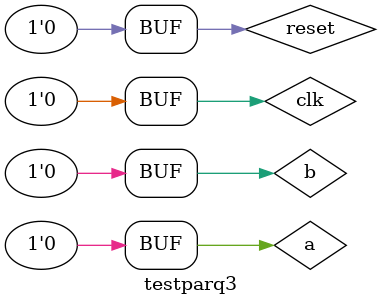
<source format=v>
`timescale 1ns / 1ps


module testparq3;

	// Inputs
	reg clk;
	reg reset;
	reg a;
	reg b;

	// Outputs
	wire tick;
	wire [7:0] count_reg;

	// Instantiate the Unit Under Test (UUT)
	fsm uut (
		.clk(clk), 
		.reset(reset), 
		.a(a), 
		.b(b), 
		.tick(tick), 
		.count_reg(count_reg)
	);

	initial begin
		// Initialize Inputs
		clk = 0;
		reset = 1;
		a = 0;
		b = 0;

		// Wait 100 ns for global reset to finish
		#100;
		reset = 0;        
		clk = 1;
		#100;

		clk = 0;
		a = 1;
		b = 0;
		#100;
        
		clk = 1;
		#100;

		clk = 0;
		a = 1;
		b = 1;

		#100;
        
		clk = 1;
		#100;

		clk = 0;
		a = 1;
		b = 0;

		#100;
        
		clk = 1;
		#100;

		clk = 0;
		a = 0;
		b = 0;


		// Wait 100 ns for global reset to finish
		#100;
		
		clk=1;
		#100;
		
		clk=0;
		
        
		// Add stimulus here

	end
      
endmodule


</source>
